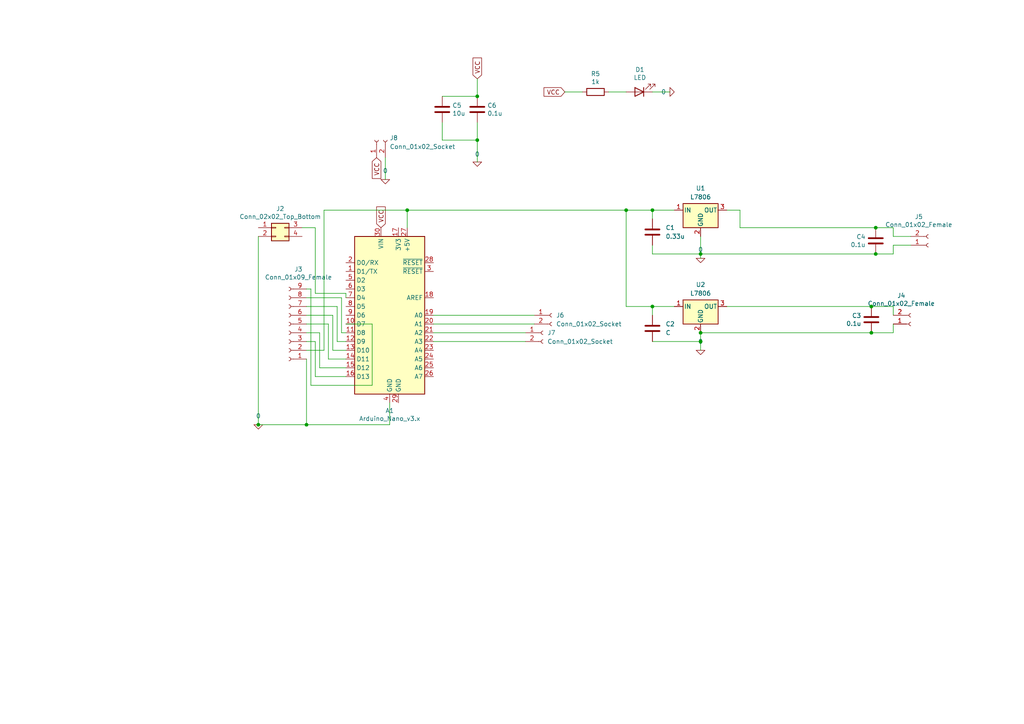
<source format=kicad_sch>
(kicad_sch (version 20230121) (generator eeschema)
  (paper "A4")
  (lib_symbols
    (symbol "Connector:Conn_01x02_Socket" (pin_names (offset 1.016) hide)
      (property "Reference" "J" (at 0 2.54 0))
      (property "Value" "Conn_01x02_Socket" (at 0 -5.08 0))
      (symbol "Conn_01x02_Socket_1_1"
        (arc (start 0 -2.032) (mid -0.5058 -2.54) (end 0 -3.048) (stroke (width 0.1524)))
        (polyline (pts (xy -1.27 -2.54) (xy -0.508 -2.54)) (stroke (width 0.1524)))
        (polyline (pts (xy -1.27 0) (xy -0.508 0)) (stroke (width 0.1524)))
        (arc (start 0 0.508) (mid -0.5058 0) (end 0 -0.508) (stroke (width 0.1524)))
        (pin passive line (at -5.08 0 0) (length 3.81) (name "Pin_1") (number "1"))
        (pin passive line (at -5.08 -2.54 0) (length 3.81) (name "Pin_2") (number "2"))
      )
    )
    (symbol "Connector_Generic:Conn_02x02_Top_Bottom" (pin_names (offset 1.016) hide)
      (property "Reference" "J" (at 1.27 2.54 0))
      (property "Value" "Conn_02x02_Top_Bottom" (at 1.27 -5.08 0))
      (symbol "Conn_02x02_Top_Bottom_1_1"
        (rectangle (start -1.27 -2.413) (end 0 -2.667) (stroke (width 0.1524)))
        (rectangle (start -1.27 0.127) (end 0 -0.127) (stroke (width 0.1524)))
        (rectangle (start -1.27 1.27) (end 3.81 -3.81) (stroke (width 0.254)) (fill (type background)))
        (rectangle (start 3.81 -2.413) (end 2.54 -2.667) (stroke (width 0.1524)))
        (rectangle (start 3.81 0.127) (end 2.54 -0.127) (stroke (width 0.1524)))
        (pin passive line (at -5.08 0 0) (length 3.81) (name "Pin_1") (number "1"))
        (pin passive line (at -5.08 -2.54 0) (length 3.81) (name "Pin_2") (number "2"))
        (pin passive line (at 7.62 0 180) (length 3.81) (name "Pin_3") (number "3"))
        (pin passive line (at 7.62 -2.54 180) (length 3.81) (name "Pin_4") (number "4"))
      )
    )
    (symbol "Device:C" (pin_numbers hide) (pin_names (offset 0.254))
      (property "Reference" "C" (at 0.635 2.54 0))
      (property "Value" "C" (at 0.635 -2.54 0))
      (symbol "C_0_1"
        (polyline (pts (xy -2.032 -0.762) (xy 2.032 -0.762)) (stroke (width 0.508)))
        (polyline (pts (xy -2.032 0.762) (xy 2.032 0.762)) (stroke (width 0.508)))
      )
      (symbol "C_1_1"
        (pin passive line (at 0 3.81 270) (length 2.794) (name "~") (number "1"))
        (pin passive line (at 0 -3.81 90) (length 2.794) (name "~") (number "2"))
      )
    )
    (symbol "Device:LED" (pin_numbers hide) (pin_names (offset 1.016) hide)
      (property "Reference" "D" (at 0 2.54 0))
      (property "Value" "LED" (at 0 -2.54 0))
      (symbol "LED_0_1"
        (polyline (pts (xy -1.27 -1.27) (xy -1.27 1.27)) (stroke (width 0.254)))
        (polyline (pts (xy -1.27 0) (xy 1.27 0)))
        (polyline (pts (xy 1.27 -1.27) (xy 1.27 1.27) (xy -1.27 0) (xy 1.27 -1.27)) (stroke (width 0.254)))
        (polyline (pts (xy -3.048 -0.762) (xy -4.572 -2.286) (xy -3.81 -2.286) (xy -4.572 -2.286) (xy -4.572 -1.524)))
        (polyline (pts (xy -1.778 -0.762) (xy -3.302 -2.286) (xy -2.54 -2.286) (xy -3.302 -2.286) (xy -3.302 -1.524)))
      )
      (symbol "LED_1_1"
        (pin passive line (at -3.81 0 0) (length 2.54) (name "K") (number "1"))
        (pin passive line (at 3.81 0 180) (length 2.54) (name "A") (number "2"))
      )
    )
    (symbol "Device:R" (pin_numbers hide) (pin_names (offset 0))
      (property "Reference" "R" (at 2.032 0 90))
      (property "Value" "R" (at 0 0 90))
      (symbol "R_0_1"
        (rectangle (start -1.016 -2.54) (end 1.016 2.54) (stroke (width 0.254)))
      )
      (symbol "R_1_1"
        (pin passive line (at 0 3.81 270) (length 1.27) (name "~") (number "1"))
        (pin passive line (at 0 -3.81 90) (length 1.27) (name "~") (number "2"))
      )
    )
    (symbol "MCU_Module:Arduino_Nano_v3.x"
      (property "Reference" "A" (at -10.16 23.495 0))
      (property "Value" "Arduino_Nano_v3.x" (at 5.08 -24.13 0))
      (symbol "Arduino_Nano_v3.x_0_1"
        (rectangle (start -10.16 22.86) (end 10.16 -22.86) (stroke (width 0.254)) (fill (type background)))
      )
      (symbol "Arduino_Nano_v3.x_1_1"
        (pin bidirectional line (at -12.7 12.7 0) (length 2.54) (name "D1/TX") (number "1"))
        (pin bidirectional line (at -12.7 -2.54 0) (length 2.54) (name "D7") (number "10"))
        (pin bidirectional line (at -12.7 -5.08 0) (length 2.54) (name "D8") (number "11"))
        (pin bidirectional line (at -12.7 -7.62 0) (length 2.54) (name "D9") (number "12"))
        (pin bidirectional line (at -12.7 -10.16 0) (length 2.54) (name "D10") (number "13"))
        (pin bidirectional line (at -12.7 -12.7 0) (length 2.54) (name "D11") (number "14"))
        (pin bidirectional line (at -12.7 -15.24 0) (length 2.54) (name "D12") (number "15"))
        (pin bidirectional line (at -12.7 -17.78 0) (length 2.54) (name "D13") (number "16"))
        (pin power_out line (at 2.54 25.4 270) (length 2.54) (name "3V3") (number "17"))
        (pin input line (at 12.7 5.08 180) (length 2.54) (name "AREF") (number "18"))
        (pin bidirectional line (at 12.7 0 180) (length 2.54) (name "A0") (number "19"))
        (pin bidirectional line (at -12.7 15.24 0) (length 2.54) (name "D0/RX") (number "2"))
        (pin bidirectional line (at 12.7 -2.54 180) (length 2.54) (name "A1") (number "20"))
        (pin bidirectional line (at 12.7 -5.08 180) (length 2.54) (name "A2") (number "21"))
        (pin bidirectional line (at 12.7 -7.62 180) (length 2.54) (name "A3") (number "22"))
        (pin bidirectional line (at 12.7 -10.16 180) (length 2.54) (name "A4") (number "23"))
        (pin bidirectional line (at 12.7 -12.7 180) (length 2.54) (name "A5") (number "24"))
        (pin bidirectional line (at 12.7 -15.24 180) (length 2.54) (name "A6") (number "25"))
        (pin bidirectional line (at 12.7 -17.78 180) (length 2.54) (name "A7") (number "26"))
        (pin power_out line (at 5.08 25.4 270) (length 2.54) (name "+5V") (number "27"))
        (pin input line (at 12.7 15.24 180) (length 2.54) (name "~{RESET}") (number "28"))
        (pin power_in line (at 2.54 -25.4 90) (length 2.54) (name "GND") (number "29"))
        (pin input line (at 12.7 12.7 180) (length 2.54) (name "~{RESET}") (number "3"))
        (pin power_in line (at -2.54 25.4 270) (length 2.54) (name "VIN") (number "30"))
        (pin power_in line (at 0 -25.4 90) (length 2.54) (name "GND") (number "4"))
        (pin bidirectional line (at -12.7 10.16 0) (length 2.54) (name "D2") (number "5"))
        (pin bidirectional line (at -12.7 7.62 0) (length 2.54) (name "D3") (number "6"))
        (pin bidirectional line (at -12.7 5.08 0) (length 2.54) (name "D4") (number "7"))
        (pin bidirectional line (at -12.7 2.54 0) (length 2.54) (name "D5") (number "8"))
        (pin bidirectional line (at -12.7 0 0) (length 2.54) (name "D6") (number "9"))
      )
    )
    (symbol "Regulator_Linear:L7806" (pin_names (offset 0.254))
      (property "Reference" "U" (at -3.81 3.175 0))
      (property "Value" "L7806" (at 0 3.175 0))
      (symbol "L7806_0_1"
        (rectangle (start -5.08 1.905) (end 5.08 -5.08) (stroke (width 0.254)) (fill (type background)))
      )
      (symbol "L7806_1_1"
        (pin power_in line (at -7.62 0 0) (length 2.54) (name "IN") (number "1"))
        (pin power_in line (at 0 -7.62 90) (length 2.54) (name "GND") (number "2"))
        (pin power_out line (at 7.62 0 180) (length 2.54) (name "OUT") (number "3"))
      )
    )
    (symbol "Simulation_SPICE:0" (power) (pin_names (offset 0))
      (property "Value" "0" (at 0 -1.778 0))
      (symbol "0_0_1"
        (polyline (pts (xy -1.27 0) (xy 0 -1.27) (xy 1.27 0) (xy -1.27 0)))
      )
      (symbol "0_1_1"
        (pin power_in line (at 0 0 0) (length 0) hide (name "0") (number "1"))
      )
    )
    (symbol "placa-rescue:0-pspice" (power) (pin_names (offset 0))
      (property "Value" "0-pspice" (at 0 -1.778 0))
      (symbol "0-pspice_0_1"
        (polyline (pts (xy -1.27 0) (xy 0 -1.27) (xy 1.27 0) (xy -1.27 0)))
      )
      (symbol "0-pspice_1_1"
        (pin power_in line (at 0 0 0) (length 0) hide (name "0") (number "1"))
      )
    )
    (symbol "placa-rescue:Conn_01x02_Female-Connector" (pin_names (offset 1.016) hide)
      (property "Reference" "J" (at 0 2.54 0))
      (property "Value" "Connector_Conn_01x02_Female" (at 0 -5.08 0))
      (symbol "Conn_01x02_Female-Connector_1_1"
        (arc (start 0 -2.032) (mid -0.5058 -2.54) (end 0 -3.048) (stroke (width 0.1524)))
        (polyline (pts (xy -1.27 -2.54) (xy -0.508 -2.54)) (stroke (width 0.1524)))
        (polyline (pts (xy -1.27 0) (xy -0.508 0)) (stroke (width 0.1524)))
        (arc (start 0 0.508) (mid -0.5058 0) (end 0 -0.508) (stroke (width 0.1524)))
        (pin passive line (at -5.08 0 0) (length 3.81) (name "Pin_1") (number "1"))
        (pin passive line (at -5.08 -2.54 0) (length 3.81) (name "Pin_2") (number "2"))
      )
    )
    (symbol "placa-rescue:Conn_01x09_Female-Connector" (pin_names (offset 1.016) hide)
      (property "Reference" "J" (at 0 12.7 0))
      (property "Value" "Connector_Conn_01x09_Female" (at 0 -12.7 0))
      (symbol "Conn_01x09_Female-Connector_1_1"
        (arc (start 0 -9.652) (mid -0.5058 -10.16) (end 0 -10.668) (stroke (width 0.1524)))
        (arc (start 0 -7.112) (mid -0.5058 -7.62) (end 0 -8.128) (stroke (width 0.1524)))
        (arc (start 0 -4.572) (mid -0.5058 -5.08) (end 0 -5.588) (stroke (width 0.1524)))
        (arc (start 0 -2.032) (mid -0.5058 -2.54) (end 0 -3.048) (stroke (width 0.1524)))
        (polyline (pts (xy -1.27 -10.16) (xy -0.508 -10.16)) (stroke (width 0.1524)))
        (polyline (pts (xy -1.27 -7.62) (xy -0.508 -7.62)) (stroke (width 0.1524)))
        (polyline (pts (xy -1.27 -5.08) (xy -0.508 -5.08)) (stroke (width 0.1524)))
        (polyline (pts (xy -1.27 -2.54) (xy -0.508 -2.54)) (stroke (width 0.1524)))
        (polyline (pts (xy -1.27 0) (xy -0.508 0)) (stroke (width 0.1524)))
        (polyline (pts (xy -1.27 2.54) (xy -0.508 2.54)) (stroke (width 0.1524)))
        (polyline (pts (xy -1.27 5.08) (xy -0.508 5.08)) (stroke (width 0.1524)))
        (polyline (pts (xy -1.27 7.62) (xy -0.508 7.62)) (stroke (width 0.1524)))
        (polyline (pts (xy -1.27 10.16) (xy -0.508 10.16)) (stroke (width 0.1524)))
        (arc (start 0 0.508) (mid -0.5058 0) (end 0 -0.508) (stroke (width 0.1524)))
        (arc (start 0 3.048) (mid -0.5058 2.54) (end 0 2.032) (stroke (width 0.1524)))
        (arc (start 0 5.588) (mid -0.5058 5.08) (end 0 4.572) (stroke (width 0.1524)))
        (arc (start 0 8.128) (mid -0.5058 7.62) (end 0 7.112) (stroke (width 0.1524)))
        (arc (start 0 10.668) (mid -0.5058 10.16) (end 0 9.652) (stroke (width 0.1524)))
        (pin passive line (at -5.08 10.16 0) (length 3.81) (name "Pin_1") (number "1"))
        (pin passive line (at -5.08 7.62 0) (length 3.81) (name "Pin_2") (number "2"))
        (pin passive line (at -5.08 5.08 0) (length 3.81) (name "Pin_3") (number "3"))
        (pin passive line (at -5.08 2.54 0) (length 3.81) (name "Pin_4") (number "4"))
        (pin passive line (at -5.08 0 0) (length 3.81) (name "Pin_5") (number "5"))
        (pin passive line (at -5.08 -2.54 0) (length 3.81) (name "Pin_6") (number "6"))
        (pin passive line (at -5.08 -5.08 0) (length 3.81) (name "Pin_7") (number "7"))
        (pin passive line (at -5.08 -7.62 0) (length 3.81) (name "Pin_8") (number "8"))
        (pin passive line (at -5.08 -10.16 0) (length 3.81) (name "Pin_9") (number "9"))
      )
    )
  )
  (junction (at 189.23 60.96))
  (junction (at 74.93 123.19))
  (junction (at 203.2 99.06))
  (junction (at 138.43 27.94))
  (junction (at 138.43 40.64))
  (junction (at 118.11 60.96))
  (junction (at 181.61 60.96))
  (junction (at 189.23 88.9))
  (junction (at 203.2 96.52))
  (junction (at 252.73 88.9))
  (junction (at 254 73.66))
  (junction (at 88.9 123.19))
  (junction (at 254 66.04))
  (junction (at 252.73 96.52))
  (junction (at 203.2 73.66))
  (wire (pts (xy 113.03 123.19) (xy 113.03 116.84)))
  (wire (pts (xy 93.98 60.96) (xy 118.11 60.96)))
  (wire (pts (xy 203.2 68.58) (xy 203.2 73.66)))
  (wire (pts (xy 118.11 60.96) (xy 118.11 66.04)))
  (wire (pts (xy 203.2 96.52) (xy 252.73 96.52)))
  (wire (pts (xy 259.08 66.04) (xy 254 66.04)))
  (wire (pts (xy 99.06 86.36) (xy 88.9 86.36)))
  (wire (pts (xy 96.52 91.44) (xy 96.52 101.6)))
  (wire (pts (xy 91.44 109.22) (xy 100.33 109.22)))
  (wire (pts (xy 214.63 66.04) (xy 254 66.04)))
  (wire (pts (xy 74.93 123.19) (xy 88.9 123.19)))
  (wire (pts (xy 88.9 101.6) (xy 93.98 101.6)))
  (wire (pts (xy 87.63 66.04) (xy 91.44 66.04)))
  (wire (pts (xy 100.33 101.6) (xy 96.52 101.6)))
  (wire (pts (xy 125.73 93.98) (xy 154.94 93.98)))
  (wire (pts (xy 97.79 88.9) (xy 97.79 99.06)))
  (wire (pts (xy 189.23 88.9) (xy 189.23 91.44)))
  (wire (pts (xy 259.08 88.9) (xy 252.73 88.9)))
  (wire (pts (xy 92.71 96.52) (xy 92.71 106.68)))
  (wire (pts (xy 100.33 96.52) (xy 99.06 96.52)))
  (wire (pts (xy 259.08 68.58) (xy 259.08 66.04)))
  (wire (pts (xy 88.9 93.98) (xy 95.25 93.98)))
  (wire (pts (xy 176.53 26.67) (xy 181.61 26.67)))
  (wire (pts (xy 74.93 68.58) (xy 74.93 123.19)))
  (wire (pts (xy 91.44 66.04) (xy 91.44 85.09)))
  (wire (pts (xy 210.82 60.96) (xy 214.63 60.96)))
  (wire (pts (xy 259.08 71.12) (xy 259.08 73.66)))
  (wire (pts (xy 252.73 96.52) (xy 259.08 96.52)))
  (wire (pts (xy 189.23 99.06) (xy 203.2 99.06)))
  (wire (pts (xy 95.25 93.98) (xy 95.25 104.14)))
  (wire (pts (xy 100.33 85.09) (xy 100.33 86.36)))
  (wire (pts (xy 210.82 88.9) (xy 252.73 88.9)))
  (wire (pts (xy 195.58 88.9) (xy 189.23 88.9)))
  (wire (pts (xy 111.76 45.72) (xy 111.76 52.07)))
  (wire (pts (xy 259.08 96.52) (xy 259.08 93.98)))
  (wire (pts (xy 203.2 96.52) (xy 203.2 99.06)))
  (wire (pts (xy 189.23 73.66) (xy 203.2 73.66)))
  (wire (pts (xy 125.73 96.52) (xy 152.4 96.52)))
  (wire (pts (xy 96.52 91.44) (xy 88.9 91.44)))
  (wire (pts (xy 107.95 111.76) (xy 90.17 111.76)))
  (wire (pts (xy 90.17 111.76) (xy 90.17 83.82)))
  (wire (pts (xy 128.27 40.64) (xy 138.43 40.64)))
  (wire (pts (xy 181.61 60.96) (xy 181.61 88.9)))
  (wire (pts (xy 99.06 96.52) (xy 99.06 86.36)))
  (wire (pts (xy 189.23 71.12) (xy 189.23 73.66)))
  (wire (pts (xy 264.16 71.12) (xy 259.08 71.12)))
  (wire (pts (xy 97.79 99.06) (xy 100.33 99.06)))
  (wire (pts (xy 91.44 85.09) (xy 100.33 85.09)))
  (wire (pts (xy 92.71 106.68) (xy 100.33 106.68)))
  (wire (pts (xy 88.9 123.19) (xy 113.03 123.19)))
  (wire (pts (xy 128.27 27.94) (xy 138.43 27.94)))
  (wire (pts (xy 95.25 104.14) (xy 100.33 104.14)))
  (wire (pts (xy 181.61 88.9) (xy 189.23 88.9)))
  (wire (pts (xy 138.43 35.56) (xy 138.43 40.64)))
  (wire (pts (xy 138.43 40.64) (xy 138.43 46.99)))
  (wire (pts (xy 100.33 93.98) (xy 107.95 93.98)))
  (wire (pts (xy 214.63 60.96) (xy 214.63 66.04)))
  (wire (pts (xy 91.44 99.06) (xy 91.44 109.22)))
  (wire (pts (xy 203.2 73.66) (xy 254 73.66)))
  (wire (pts (xy 181.61 60.96) (xy 189.23 60.96)))
  (wire (pts (xy 264.16 68.58) (xy 259.08 68.58)))
  (wire (pts (xy 125.73 91.44) (xy 154.94 91.44)))
  (wire (pts (xy 189.23 60.96) (xy 189.23 63.5)))
  (wire (pts (xy 107.95 93.98) (xy 107.95 111.76)))
  (wire (pts (xy 88.9 104.14) (xy 88.9 123.19)))
  (wire (pts (xy 203.2 99.06) (xy 203.2 101.6)))
  (wire (pts (xy 88.9 99.06) (xy 91.44 99.06)))
  (wire (pts (xy 90.17 83.82) (xy 88.9 83.82)))
  (wire (pts (xy 259.08 73.66) (xy 254 73.66)))
  (wire (pts (xy 259.08 91.44) (xy 259.08 88.9)))
  (wire (pts (xy 125.73 99.06) (xy 152.4 99.06)))
  (wire (pts (xy 118.11 60.96) (xy 181.61 60.96)))
  (wire (pts (xy 163.83 26.67) (xy 168.91 26.67)))
  (wire (pts (xy 88.9 96.52) (xy 92.71 96.52)))
  (wire (pts (xy 93.98 101.6) (xy 93.98 60.96)))
  (wire (pts (xy 203.2 73.66) (xy 203.2 74.93)))
  (wire (pts (xy 88.9 88.9) (xy 97.79 88.9)))
  (wire (pts (xy 138.43 27.94) (xy 138.43 22.86)))
  (wire (pts (xy 128.27 35.56) (xy 128.27 40.64)))
  (wire (pts (xy 189.23 26.67) (xy 194.31 26.67)))
  (wire (pts (xy 189.23 60.96) (xy 195.58 60.96)))
  (global_label "VCC" (shape input) (at 138.43 22.86 90) (property "Intersheetrefs" "${INTERSHEET_REFS}" (effects hide)))
  (global_label "VCC" (shape input) (at 110.49 66.04 90) (property "Intersheetrefs" "${INTERSHEET_REFS}" (effects hide)))
  (global_label "VCC" (shape input) (at 109.22 45.72 270) (property "Intersheetrefs" "${INTERSHEET_REFS}" (effects hide)))
  (global_label "VCC" (shape input) (at 163.83 26.67 180) (property "Intersheetrefs" "${INTERSHEET_REFS}" (effects hide)))
  (symbol (lib_id "MCU_Module:Arduino_Nano_v3.x") (at 113.03 91.44 0) (unit 1)
    (property "Reference" "A1" (at 113.03 119.1006 0))
    (property "Value" "Arduino_Nano_v3.x" (at 113.03 121.412 0))
    (property "Footprint" "Module:Arduino_Nano" (effects hide))
    (property "Datasheet" "http://www.mouser.com/pdfdocs/Gravitech_Arduino_Nano3_0.pdf" (effects hide))
  )
  (symbol (lib_id "Connector_Generic:Conn_02x02_Top_Bottom") (at 80.01 66.04 0) (unit 1)
    (property "Reference" "J2" (at 81.28 60.5282 0))
    (property "Value" "Conn_02x02_Top_Bottom" (at 81.28 62.8396 0))
    (property "Footprint" "Button_Switch_THT:SW_PUSH_6mm" (effects hide))
  )
  (symbol (lib_id "placa-rescue:Conn_01x09_Female-Connector") (at 83.82 93.98 180) (unit 1)
    (property "Reference" "J3" (at 86.5632 78.105 0))
    (property "Value" "Conn_01x09_Female" (at 86.5632 80.4164 0))
    (property "Footprint" "Connector_PinHeader_2.00mm:PinHeader_1x09_P2.00mm_Vertical" (effects hide))
  )
  (symbol (lib_id "placa-rescue:Conn_01x02_Female-Connector") (at 269.24 71.12 0) (mirror x) (unit 1)
    (property "Reference" "J5" (at 266.4968 62.865 0))
    (property "Value" "Conn_01x02_Female" (at 266.4968 65.1764 0))
    (property "Footprint" "Connector_PinHeader_2.00mm:PinHeader_1x02_P2.00mm_Vertical" (effects hide))
  )
  (symbol (lib_id "Device:C") (at 254 69.85 0) (mirror y) (unit 1)
    (property "Reference" "C4" (at 251.079 68.6816 0) (effects (justify left)))
    (property "Value" "0.1u" (at 251.079 70.993 0) (effects (justify left)))
    (property "Footprint" "Capacitor_THT:CP_Radial_D5.0mm_P2.00mm" (effects hide))
  )
  (symbol (lib_id "Device:C") (at 252.73 92.71 0) (mirror y) (unit 1)
    (property "Reference" "C3" (at 249.809 91.5416 0) (effects (justify left)))
    (property "Value" "0.1u" (at 249.809 93.853 0) (effects (justify left)))
    (property "Footprint" "Capacitor_THT:CP_Radial_D5.0mm_P2.00mm" (effects hide))
  )
  (symbol (lib_id "placa-rescue:Conn_01x02_Female-Connector") (at 264.16 93.98 0) (mirror x) (unit 1)
    (property "Reference" "J4" (at 261.4168 85.725 0))
    (property "Value" "Conn_01x02_Female" (at 261.4168 88.0364 0))
    (property "Footprint" "Connector_PinHeader_2.00mm:PinHeader_1x02_P2.00mm_Vertical" (effects hide))
  )
  (symbol (lib_id "Device:C") (at 128.27 31.75 0) (unit 1)
    (property "Reference" "C5" (at 131.191 30.5816 0) (effects (justify left)))
    (property "Value" "10u" (at 131.191 32.893 0) (effects (justify left)))
    (property "Footprint" "Capacitor_THT:CP_Radial_D5.0mm_P2.00mm" (effects hide))
  )
  (symbol (lib_id "Device:C") (at 138.43 31.75 0) (unit 1)
    (property "Reference" "C6" (at 141.351 30.5816 0) (effects (justify left)))
    (property "Value" "0.1u" (at 141.351 32.893 0) (effects (justify left)))
    (property "Footprint" "Capacitor_THT:CP_Radial_D5.0mm_P2.00mm" (effects hide))
  )
  (symbol (lib_id "placa-rescue:0-pspice") (at 138.43 46.99 0) (mirror y) (unit 1)
    (property "Reference" "#GND04" (effects hide))
    (property "Value" "0" (at 138.43 44.7294 0))
  )
  (symbol (lib_id "Device:R") (at 172.72 26.67 270) (mirror x) (unit 1)
    (property "Reference" "R5" (at 172.72 21.4122 90))
    (property "Value" "1k" (at 172.72 23.7236 90))
    (property "Footprint" "Resistor_THT:R_Axial_DIN0204_L3.6mm_D1.6mm_P1.90mm_Vertical" (effects hide))
  )
  (symbol (lib_id "Device:LED") (at 185.42 26.67 180) (unit 1)
    (property "Reference" "D1" (at 185.5978 20.193 0))
    (property "Value" "LED" (at 185.5978 22.5044 0))
    (property "Footprint" "LED_THT:LED_D1.8mm_W3.3mm_H2.4mm" (effects hide))
  )
  (symbol (lib_id "placa-rescue:0-pspice") (at 194.31 26.67 90) (mirror x) (unit 1)
    (property "Reference" "#GND05" (effects hide))
    (property "Value" "0" (at 193.1924 26.67 90) (effects (justify left)))
  )
  (symbol (lib_id "Regulator_Linear:L7806") (at 203.2 60.96 0) (unit 1)
    (property "Reference" "U1" (at 203.2 54.61 0))
    (property "Value" "L7806" (at 203.2 57.15 0))
    (property "Footprint" "Package_TO_SOT_THT:TO-220-3_Vertical" (effects hide))
    (property "Datasheet" "http://www.st.com/content/ccc/resource/technical/document/datasheet/41/4f/b3/b0/12/d4/47/88/CD00000444.pdf/files/CD00000444.pdf/jcr:content/translations/en.CD00000444.pdf" (effects hide))
  )
  (symbol (lib_id "Simulation_SPICE:0") (at 74.93 123.19 0) (unit 1)
    (property "Reference" "#GND01" (effects hide))
    (property "Value" "0" (at 74.93 120.65 0))
  )
  (symbol (lib_id "Connector:Conn_01x02_Socket") (at 157.48 96.52 0) (unit 1)
    (property "Reference" "J7" (at 158.75 96.52 0) (effects (justify left)))
    (property "Value" "Conn_01x02_Socket" (at 158.75 99.06 0) (effects (justify left)))
    (property "Footprint" "Connector_PinHeader_2.00mm:PinHeader_1x02_P2.00mm_Vertical" (effects hide))
  )
  (symbol (lib_id "Simulation_SPICE:0") (at 203.2 74.93 0) (unit 1)
    (property "Reference" "#GND02" (effects hide))
    (property "Value" "0" (at 203.2 72.39 0))
  )
  (symbol (lib_id "Connector:Conn_01x02_Socket") (at 109.22 40.64 90) (unit 1)
    (property "Reference" "J8" (at 113.03 40.005 90) (effects (justify right)))
    (property "Value" "Conn_01x02_Socket" (at 113.03 42.545 90) (effects (justify right)))
    (property "Footprint" "Connector_Wire:SolderWire-0.1sqmm_1x02_P3.6mm_D0.4mm_OD1mm_Relief" (effects hide))
  )
  (symbol (lib_id "Device:C") (at 189.23 67.31 0) (unit 1)
    (property "Reference" "C1" (at 193.04 66.04 0) (effects (justify left)))
    (property "Value" "0.33u" (at 193.04 68.58 0) (effects (justify left)))
    (property "Footprint" "Capacitor_THT:CP_Radial_D5.0mm_P2.00mm" (effects hide))
  )
  (symbol (lib_id "Simulation_SPICE:0") (at 111.76 52.07 0) (unit 1)
    (property "Reference" "#GND07" (effects hide))
    (property "Value" "0" (at 111.76 49.53 0))
  )
  (symbol (lib_id "Device:C") (at 189.23 95.25 0) (unit 1)
    (property "Reference" "C2" (at 193.04 93.98 0) (effects (justify left)))
    (property "Value" "C" (at 193.04 96.52 0) (effects (justify left)))
    (property "Footprint" "Capacitor_THT:CP_Radial_D5.0mm_P2.00mm" (effects hide))
  )
  (symbol (lib_id "Simulation_SPICE:0") (at 203.2 101.6 0) (unit 1)
    (property "Reference" "#GND06" (effects hide))
    (property "Value" "0" (at 203.2 99.06 0))
  )
  (symbol (lib_id "Regulator_Linear:L7806") (at 203.2 88.9 0) (unit 1)
    (property "Reference" "U2" (at 203.2 82.55 0))
    (property "Value" "L7806" (at 203.2 85.09 0))
    (property "Footprint" "Package_TO_SOT_THT:TO-220-3_Vertical" (effects hide))
    (property "Datasheet" "http://www.st.com/content/ccc/resource/technical/document/datasheet/41/4f/b3/b0/12/d4/47/88/CD00000444.pdf/files/CD00000444.pdf/jcr:content/translations/en.CD00000444.pdf" (effects hide))
  )
  (symbol (lib_id "Connector:Conn_01x02_Socket") (at 160.02 91.44 0) (unit 1)
    (property "Reference" "J6" (at 161.29 91.44 0) (effects (justify left)))
    (property "Value" "Conn_01x02_Socket" (at 161.29 93.98 0) (effects (justify left)))
    (property "Footprint" "Connector_PinHeader_2.00mm:PinHeader_1x02_P2.00mm_Vertical" (effects hide))
  )
)
</source>
